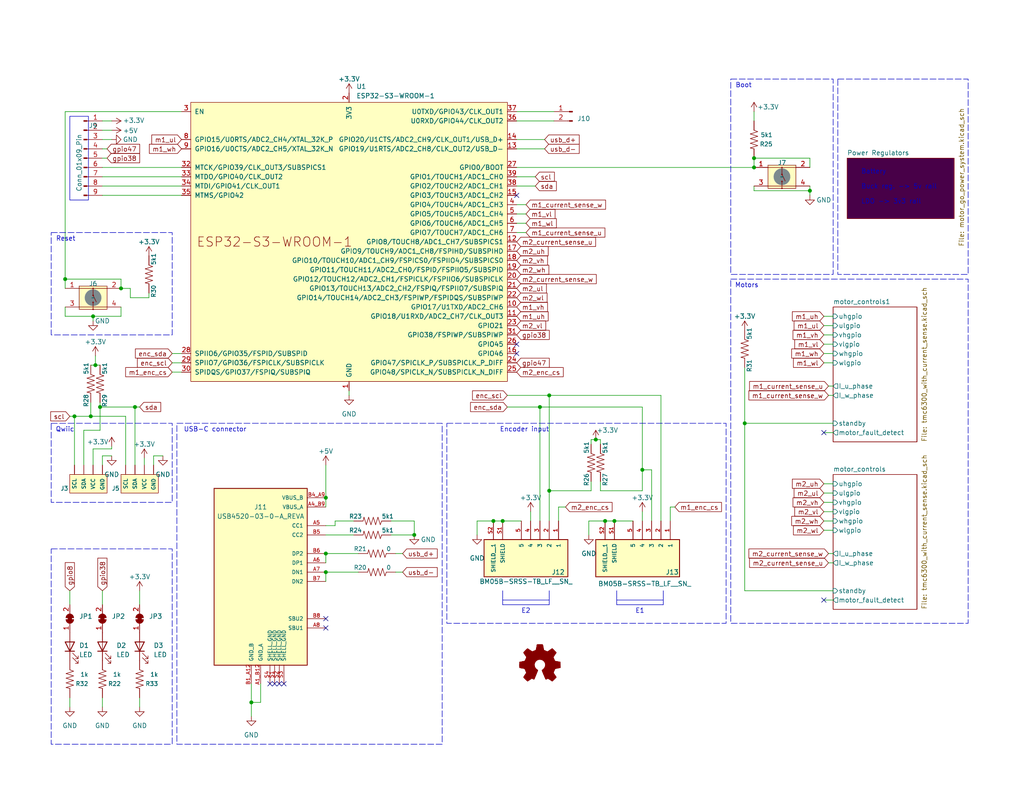
<source format=kicad_sch>
(kicad_sch (version 20230121) (generator eeschema)
  (paper "USLetter")
  (title_block (title "miniMotorGo") (date "2023-05-01") (rev "1.1") (company "12 Robot Project"))
  (junction (at 24.765 113.665))
  (junction (at 165.1 142.24))
  (junction (at 17.78 76.2))
  (junction (at 88.9 151.13))
  (junction (at 137.16 142.24))
  (junction (at 149.86 107.95))
  (junction (at 68.58 191.77))
  (junction (at 27.305 111.125))
  (junction (at 203.2 115.57))
  (junction (at 33.02 78.74))
  (junction (at 26.035 99.695))
  (junction (at 175.26 128.27))
  (junction (at 20.32 113.665))
  (junction (at 220.98 52.07))
  (junction (at 149.86 133.985))
  (junction (at 167.64 142.24))
  (junction (at 205.74 45.72))
  (junction (at 162.56 120.015))
  (junction (at 205.74 43.18))
  (junction (at 113.03 146.05))
  (junction (at 25.4 86.36))
  (junction (at 147.32 111.125))
  (junction (at 36.83 111.125))
  (junction (at 88.9 135.89))
  (junction (at 88.9 156.21))
  (junction (at 134.62 142.24))
  (no_connect (at 88.9 171.45))
  (no_connect (at 140.97 96.52))
  (no_connect (at 224.79 118.11))
  (no_connect (at 73.66 186.69))
  (no_connect (at 88.9 168.91))
  (no_connect (at 140.97 93.98))
  (no_connect (at 224.79 163.83))
  (no_connect (at 77.47 186.69))
  (no_connect (at 76.2 186.69))
  (no_connect (at 74.93 186.69))
  (no_connect (at 140.97 53.34))
  (wire (pts (xy 38.1 111.125) (xy 36.83 111.125)))
  (wire (pts (xy 46.99 96.52) (xy 49.53 96.52)))
  (wire (pts (xy 137.16 142.24) (xy 142.24 142.24)))
  (wire (pts (xy 27.94 43.18) (xy 29.21 43.18)))
  (wire (pts (xy 35.56 81.28) (xy 40.64 81.28)))
  (wire (pts (xy 26.035 97.155) (xy 26.035 99.695)))
  (polyline (pts (xy 137.16 163.83) (xy 149.86 163.83)))
  (wire (pts (xy 107.95 151.13) (xy 109.855 151.13)))
  (wire (pts (xy 68.58 186.69) (xy 68.58 191.77)))
  (wire (pts (xy 20.32 113.665) (xy 20.32 127)))
  (wire (pts (xy 27.94 48.26) (xy 49.53 48.26)))
  (wire (pts (xy 88.9 156.21) (xy 88.9 158.75)))
  (wire (pts (xy 88.9 135.89) (xy 88.9 138.43)))
  (wire (pts (xy 146.05 48.26) (xy 140.97 48.26)))
  (wire (pts (xy 162.56 120.015) (xy 163.83 120.015)))
  (wire (pts (xy 226.06 153.67) (xy 227.33 153.67)))
  (wire (pts (xy 220.98 43.18) (xy 205.74 43.18)))
  (wire (pts (xy 143.51 58.42) (xy 140.97 58.42)))
  (wire (pts (xy 154.305 138.43) (xy 152.4 138.43)))
  (wire (pts (xy 113.03 142.24) (xy 113.03 146.05)))
  (wire (pts (xy 95.25 107.95) (xy 95.25 106.68)))
  (wire (pts (xy 143.51 60.96) (xy 140.97 60.96)))
  (wire (pts (xy 224.79 134.62) (xy 227.33 134.62)))
  (wire (pts (xy 88.9 143.51) (xy 91.44 143.51)))
  (wire (pts (xy 91.44 142.24) (xy 96.52 142.24)))
  (wire (pts (xy 220.98 52.07) (xy 220.98 53.34)))
  (wire (pts (xy 226.06 151.13) (xy 227.33 151.13)))
  (wire (pts (xy 27.94 53.34) (xy 49.53 53.34)))
  (wire (pts (xy 27.305 111.125) (xy 36.83 111.125)))
  (wire (pts (xy 27.94 190.5) (xy 27.94 193.04)))
  (wire (pts (xy 224.79 163.83) (xy 227.33 163.83)))
  (wire (pts (xy 175.26 139.7) (xy 175.26 142.24)))
  (wire (pts (xy 149.86 142.24) (xy 149.86 133.985)))
  (wire (pts (xy 27.94 124.46) (xy 27.94 127)))
  (wire (pts (xy 140.97 40.64) (xy 148.59 40.64)))
  (wire (pts (xy 140.97 50.8) (xy 146.05 50.8)))
  (wire (pts (xy 203.2 115.57) (xy 203.2 161.29)))
  (wire (pts (xy 163.83 131.445) (xy 163.83 133.985)))
  (wire (pts (xy 88.9 151.13) (xy 97.79 151.13)))
  (wire (pts (xy 226.06 105.41) (xy 227.33 105.41)))
  (wire (pts (xy 130.175 142.24) (xy 130.175 146.05)))
  (wire (pts (xy 107.95 156.21) (xy 109.855 156.21)))
  (wire (pts (xy 24.765 99.695) (xy 26.035 99.695)))
  (wire (pts (xy 180.34 107.95) (xy 180.34 142.24)))
  (wire (pts (xy 224.79 86.36) (xy 227.33 86.36)))
  (wire (pts (xy 140.97 45.72) (xy 205.74 45.72)))
  (wire (pts (xy 33.02 83.82) (xy 33.02 86.36)))
  (wire (pts (xy 88.9 127) (xy 88.9 135.89)))
  (wire (pts (xy 177.8 128.27) (xy 175.26 128.27)))
  (wire (pts (xy 41.91 127) (xy 41.91 124.46)))
  (wire (pts (xy 138.43 111.125) (xy 147.32 111.125)))
  (wire (pts (xy 224.79 139.7) (xy 227.33 139.7)))
  (wire (pts (xy 161.29 120.015) (xy 161.29 121.285)))
  (wire (pts (xy 220.98 45.72) (xy 220.98 43.18)))
  (wire (pts (xy 27.94 40.64) (xy 29.21 40.64)))
  (wire (pts (xy 27.94 38.1) (xy 30.48 38.1)))
  (wire (pts (xy 140.97 38.1) (xy 148.59 38.1)))
  (wire (pts (xy 22.86 117.475) (xy 27.305 117.475)))
  (wire (pts (xy 224.79 137.16) (xy 227.33 137.16)))
  (wire (pts (xy 143.51 55.88) (xy 140.97 55.88)))
  (wire (pts (xy 220.98 50.8) (xy 220.98 52.07)))
  (polyline (pts (xy 180.975 161.29) (xy 180.975 165.1)))
  (wire (pts (xy 177.8 128.27) (xy 177.8 142.24)))
  (wire (pts (xy 130.175 142.24) (xy 134.62 142.24)))
  (wire (pts (xy 134.62 142.24) (xy 137.16 142.24)))
  (wire (pts (xy 226.06 107.95) (xy 227.33 107.95)))
  (wire (pts (xy 27.94 161.29) (xy 27.94 165.1)))
  (wire (pts (xy 24.765 109.855) (xy 24.765 113.665)))
  (wire (pts (xy 167.64 142.24) (xy 165.1 142.24)))
  (wire (pts (xy 19.05 190.5) (xy 19.05 193.04)))
  (wire (pts (xy 182.88 138.43) (xy 182.88 142.24)))
  (wire (pts (xy 160.655 142.24) (xy 160.655 146.05)))
  (wire (pts (xy 38.1 161.29) (xy 38.1 165.1)))
  (wire (pts (xy 33.02 78.74) (xy 33.02 76.2)))
  (wire (pts (xy 224.79 91.44) (xy 227.33 91.44)))
  (polyline (pts (xy 168.275 163.83) (xy 180.975 163.83)))
  (wire (pts (xy 161.29 131.445) (xy 161.29 133.985)))
  (wire (pts (xy 17.78 30.48) (xy 17.78 76.2)))
  (wire (pts (xy 39.37 125.095) (xy 39.37 127)))
  (wire (pts (xy 163.83 120.015) (xy 163.83 121.285)))
  (wire (pts (xy 203.2 161.29) (xy 227.33 161.29)))
  (wire (pts (xy 68.58 191.77) (xy 71.12 191.77)))
  (wire (pts (xy 224.79 96.52) (xy 227.33 96.52)))
  (wire (pts (xy 224.79 99.06) (xy 227.33 99.06)))
  (wire (pts (xy 147.32 111.125) (xy 147.32 142.24)))
  (wire (pts (xy 88.9 151.13) (xy 88.9 153.67)))
  (wire (pts (xy 224.79 88.9) (xy 227.33 88.9)))
  (wire (pts (xy 27.94 50.8) (xy 49.53 50.8)))
  (wire (pts (xy 140.97 30.48) (xy 151.13 30.48)))
  (wire (pts (xy 30.48 122.555) (xy 25.4 122.555)))
  (wire (pts (xy 138.43 107.95) (xy 149.86 107.95)))
  (wire (pts (xy 144.78 139.7) (xy 144.78 142.24)))
  (wire (pts (xy 30.48 121.92) (xy 30.48 122.555)))
  (wire (pts (xy 36.83 111.125) (xy 36.83 127)))
  (wire (pts (xy 113.03 146.05) (xy 106.68 146.05)))
  (wire (pts (xy 26.035 99.695) (xy 27.305 99.695)))
  (wire (pts (xy 27.94 33.02) (xy 30.48 33.02)))
  (polyline (pts (xy 149.86 161.29) (xy 149.86 165.1)))
  (wire (pts (xy 161.29 120.015) (xy 162.56 120.015)))
  (wire (pts (xy 143.51 63.5) (xy 140.97 63.5)))
  (wire (pts (xy 172.72 142.24) (xy 167.64 142.24)))
  (wire (pts (xy 149.86 133.985) (xy 161.29 133.985)))
  (wire (pts (xy 140.97 33.02) (xy 151.13 33.02)))
  (wire (pts (xy 106.68 142.24) (xy 113.03 142.24)))
  (wire (pts (xy 68.58 191.77) (xy 68.58 195.58)))
  (wire (pts (xy 25.4 122.555) (xy 25.4 127)))
  (wire (pts (xy 163.83 133.985) (xy 175.26 133.985)))
  (wire (pts (xy 41.91 124.46) (xy 44.45 124.46)))
  (wire (pts (xy 27.305 109.855) (xy 27.305 111.125)))
  (wire (pts (xy 152.4 138.43) (xy 152.4 142.24)))
  (wire (pts (xy 205.74 45.72) (xy 205.74 43.18)))
  (wire (pts (xy 17.78 83.82) (xy 17.78 86.36)))
  (wire (pts (xy 19.05 161.29) (xy 19.05 165.1)))
  (wire (pts (xy 184.15 138.43) (xy 182.88 138.43)))
  (wire (pts (xy 17.78 76.2) (xy 33.02 76.2)))
  (wire (pts (xy 27.94 45.72) (xy 49.53 45.72)))
  (wire (pts (xy 35.56 81.28) (xy 35.56 78.74)))
  (wire (pts (xy 25.4 86.36) (xy 33.02 86.36)))
  (wire (pts (xy 24.765 113.665) (xy 20.32 113.665)))
  (wire (pts (xy 40.64 80.01) (xy 40.64 81.28)))
  (wire (pts (xy 165.1 142.24) (xy 160.655 142.24)))
  (wire (pts (xy 27.305 117.475) (xy 27.305 111.125)))
  (wire (pts (xy 203.2 100.33) (xy 203.2 115.57)))
  (wire (pts (xy 30.48 124.46) (xy 27.94 124.46)))
  (wire (pts (xy 24.765 113.665) (xy 34.29 113.665)))
  (wire (pts (xy 203.2 115.57) (xy 227.33 115.57)))
  (wire (pts (xy 22.86 127) (xy 22.86 117.475)))
  (wire (pts (xy 20.32 113.665) (xy 19.05 113.665)))
  (polyline (pts (xy 168.275 165.1) (xy 180.975 165.1)))
  (wire (pts (xy 46.99 101.6) (xy 49.53 101.6)))
  (wire (pts (xy 175.26 133.985) (xy 175.26 128.27)))
  (wire (pts (xy 175.26 111.125) (xy 175.26 128.27)))
  (wire (pts (xy 25.4 86.36) (xy 25.4 87.63)))
  (wire (pts (xy 88.9 146.05) (xy 96.52 146.05)))
  (wire (pts (xy 224.79 132.08) (xy 227.33 132.08)))
  (wire (pts (xy 34.29 113.665) (xy 34.29 127)))
  (polyline (pts (xy 137.16 165.1) (xy 149.86 165.1)))
  (wire (pts (xy 205.74 52.07) (xy 220.98 52.07)))
  (wire (pts (xy 224.79 142.24) (xy 227.33 142.24)))
  (wire (pts (xy 91.44 143.51) (xy 91.44 142.24)))
  (wire (pts (xy 224.79 118.11) (xy 227.33 118.11)))
  (wire (pts (xy 46.99 99.06) (xy 49.53 99.06)))
  (wire (pts (xy 88.9 156.21) (xy 97.79 156.21)))
  (wire (pts (xy 38.1 190.5) (xy 38.1 193.04)))
  (wire (pts (xy 149.86 107.95) (xy 149.86 133.985)))
  (polyline (pts (xy 137.16 161.29) (xy 137.16 165.1)))
  (wire (pts (xy 49.53 30.48) (xy 17.78 30.48)))
  (wire (pts (xy 35.56 78.74) (xy 33.02 78.74)))
  (wire (pts (xy 205.74 30.48) (xy 205.74 33.02)))
  (polyline (pts (xy 168.275 161.29) (xy 168.275 165.1)))
  (wire (pts (xy 224.79 144.78) (xy 227.33 144.78)))
  (wire (pts (xy 149.86 107.95) (xy 180.34 107.95)))
  (wire (pts (xy 205.74 50.8) (xy 205.74 52.07)))
  (wire (pts (xy 17.78 76.2) (xy 17.78 78.74)))
  (wire (pts (xy 17.78 86.36) (xy 25.4 86.36)))
  (wire (pts (xy 71.12 186.69) (xy 71.12 191.77)))
  (wire (pts (xy 224.79 93.98) (xy 227.33 93.98)))
  (wire (pts (xy 147.32 111.125) (xy 175.26 111.125)))
  (wire (pts (xy 27.94 35.56) (xy 30.48 35.56)))
  (rectangle (start 19.05 31.75) (end 24.13 54.61))
  (rectangle (start 13.97 63.5) (end 46.99 91.44) (stroke (width 0) (type dash)))
  (rectangle (start 13.97 149.86) (end 46.99 203.2) (stroke (width 0) (type dash)))
  (rectangle (start 199.39 76.2) (end 264.16 170.18) (stroke (width 0) (type dash)))
  (rectangle (start 48.26 115.57) (end 120.65 203.2) (stroke (width 0) (type dash)))
  (rectangle (start 13.97 115.57) (end 46.99 137.16) (stroke (width 0) (type dash)))
  (rectangle (start 121.92 115.57) (end 198.12 170.18) (stroke (width 0) (type dash)))
  (rectangle (start 228.6 21.59) (end 264.16 74.93) (stroke (width 0) (type dash)))
  (rectangle (start 199.39 21.59) (end 227.33 74.93) (stroke (width 0) (type dash)))
  (text "USB-C connector\n" (at 67.31 118.11 0) (effects (font (size 1.27 1.27)) (justify right bottom)))
  (text "Motors" (at 207.01 78.74 0) (effects (font (size 1.27 1.27)) (justify right bottom)))
  (text "Boot" (at 200.66 24.13 0) (effects (font (size 1.27 1.27)) (justify left bottom)))
  (text "E2" (at 144.78 167.64 0) (effects (font (size 1.27 1.27)) (justify right bottom)))
  (text "Qwiic" (at 20.32 118.11 0) (effects (font (size 1.27 1.27)) (justify right bottom)))
  (text "Encoder input" (at 149.86 118.11 0) (effects (font (size 1.27 1.27)) (justify right bottom)))
  (text "E1" (at 175.895 167.64 0) (effects (font (size 1.27 1.27)) (justify right bottom)))
  (text "Reset" (at 15.24 66.04 0) (effects (font (size 1.27 1.27)) (justify left bottom)))
  (text "Battery\n\nBuck reg. -> 5v rail\n\nLDO -> 3v3 rail" (at 234.95 55.88 0) (effects (font (size 1.27 1.27)) (justify left bottom)))
  (global_label "m1_vh" (shape input) (at 140.97 83.82 0) (property "Intersheetrefs" "${INTERSHEET_REFS}" (effects hide)))
  (global_label "m2_enc_cs" (shape input) (at 140.97 101.6 0) (property "Intersheetrefs" "${INTERSHEET_REFS}" (effects hide)))
  (global_label "m2_vh" (shape input) (at 140.97 71.12 0) (property "Intersheetrefs" "${INTERSHEET_REFS}" (effects hide)))
  (global_label "enc_sda" (shape input) (at 46.99 96.52 180) (property "Intersheetrefs" "${INTERSHEET_REFS}" (effects hide)))
  (global_label "m2_wl" (shape input) (at 140.97 81.28 0) (property "Intersheetrefs" "${INTERSHEET_REFS}" (effects hide)))
  (global_label "m1_uh" (shape input) (at 224.79 86.36 180) (property "Intersheetrefs" "${INTERSHEET_REFS}" (effects hide)))
  (global_label "gpio38" (shape input) (at 140.97 91.44 0) (property "Intersheetrefs" "${INTERSHEET_REFS}" (effects hide)))
  (global_label "usb_d+" (shape input) (at 148.59 38.1 0) (property "Intersheetrefs" "${INTERSHEET_REFS}" (effects hide)))
  (global_label "m2_wl" (shape input) (at 224.79 144.78 180) (property "Intersheetrefs" "${INTERSHEET_REFS}" (effects hide)))
  (global_label "m2_current_sense_w" (shape input) (at 140.97 76.2 0) (property "Intersheetrefs" "${INTERSHEET_REFS}" (effects hide)))
  (global_label "m2_enc_cs" (shape input) (at 154.305 138.43 0) (property "Intersheetrefs" "${INTERSHEET_REFS}" (effects hide)))
  (global_label "gpio47" (shape input) (at 29.21 40.64 0) (property "Intersheetrefs" "${INTERSHEET_REFS}" (effects hide)))
  (global_label "m2_wh" (shape input) (at 224.79 142.24 180) (property "Intersheetrefs" "${INTERSHEET_REFS}" (effects hide)))
  (global_label "m2_ul" (shape input) (at 224.79 134.62 180) (property "Intersheetrefs" "${INTERSHEET_REFS}" (effects hide)))
  (global_label "m2_uh" (shape input) (at 224.79 132.08 180) (property "Intersheetrefs" "${INTERSHEET_REFS}" (effects hide)))
  (global_label "m1_ul" (shape input) (at 49.53 38.1 180) (property "Intersheetrefs" "${INTERSHEET_REFS}" (effects hide)))
  (global_label "m1_uh" (shape input) (at 140.97 86.36 0) (property "Intersheetrefs" "${INTERSHEET_REFS}" (effects hide)))
  (global_label "usb_d-" (shape input) (at 148.59 40.64 0) (property "Intersheetrefs" "${INTERSHEET_REFS}" (effects hide)))
  (global_label "m1_wl" (shape input) (at 143.51 60.96 0) (property "Intersheetrefs" "${INTERSHEET_REFS}" (effects hide)))
  (global_label "m1_current_sense_u" (shape input) (at 143.51 63.5 0) (property "Intersheetrefs" "${INTERSHEET_REFS}" (effects hide)))
  (global_label "m1_wh" (shape input) (at 49.53 40.64 180) (property "Intersheetrefs" "${INTERSHEET_REFS}" (effects hide)))
  (global_label "usb_d+" (shape input) (at 109.855 151.13 0) (property "Intersheetrefs" "${INTERSHEET_REFS}" (effects hide)))
  (global_label "gpio8" (shape input) (at 19.05 161.29 90) (property "Intersheetrefs" "${INTERSHEET_REFS}" (effects hide)))
  (global_label "enc_scl" (shape input) (at 46.99 99.06 180) (property "Intersheetrefs" "${INTERSHEET_REFS}" (effects hide)))
  (global_label "m1_wl" (shape input) (at 224.79 99.06 180) (property "Intersheetrefs" "${INTERSHEET_REFS}" (effects hide)))
  (global_label "m2_current_sense_w" (shape input) (at 226.06 151.13 180) (property "Intersheetrefs" "${INTERSHEET_REFS}" (effects hide)))
  (global_label "m2_current_sense_u" (shape input) (at 226.06 153.67 180) (property "Intersheetrefs" "${INTERSHEET_REFS}" (effects hide)))
  (global_label "enc_scl" (shape input) (at 138.43 107.95 180) (property "Intersheetrefs" "${INTERSHEET_REFS}" (effects hide)))
  (global_label "sda" (shape input) (at 38.1 111.125 0) (property "Intersheetrefs" "${INTERSHEET_REFS}" (effects hide)))
  (global_label "m1_vl" (shape input) (at 224.79 93.98 180) (property "Intersheetrefs" "${INTERSHEET_REFS}" (effects hide)))
  (global_label "m2_current_sense_u" (shape input) (at 140.97 66.04 0) (property "Intersheetrefs" "${INTERSHEET_REFS}" (effects hide)))
  (global_label "m1_current_sense_w" (shape input) (at 143.51 55.88 0) (property "Intersheetrefs" "${INTERSHEET_REFS}" (effects hide)))
  (global_label "m2_uh" (shape input) (at 140.97 68.58 0) (property "Intersheetrefs" "${INTERSHEET_REFS}" (effects hide)))
  (global_label "usb_d-" (shape input) (at 109.855 156.21 0) (property "Intersheetrefs" "${INTERSHEET_REFS}" (effects hide)))
  (global_label "m1_vh" (shape input) (at 224.79 91.44 180) (property "Intersheetrefs" "${INTERSHEET_REFS}" (effects hide)))
  (global_label "gpio38" (shape input) (at 27.94 161.29 90) (property "Intersheetrefs" "${INTERSHEET_REFS}" (effects hide)))
  (global_label "m2_wh" (shape input) (at 140.97 73.66 0) (property "Intersheetrefs" "${INTERSHEET_REFS}" (effects hide)))
  (global_label "sda" (shape input) (at 146.05 50.8 0) (property "Intersheetrefs" "${INTERSHEET_REFS}" (effects hide)))
  (global_label "m2_vl" (shape input) (at 140.97 88.9 0) (property "Intersheetrefs" "${INTERSHEET_REFS}" (effects hide)))
  (global_label "scl" (shape input) (at 146.05 48.26 0) (property "Intersheetrefs" "${INTERSHEET_REFS}" (effects hide)))
  (global_label "m1_current_sense_w" (shape input) (at 226.06 107.95 180) (property "Intersheetrefs" "${INTERSHEET_REFS}" (effects hide)))
  (global_label "m1_current_sense_u" (shape input) (at 226.06 105.41 180) (property "Intersheetrefs" "${INTERSHEET_REFS}" (effects hide)))
  (global_label "m1_enc_cs" (shape input) (at 184.15 138.43 0) (property "Intersheetrefs" "${INTERSHEET_REFS}" (effects hide)))
  (global_label "m1_enc_cs" (shape input) (at 46.99 101.6 180) (property "Intersheetrefs" "${INTERSHEET_REFS}" (effects hide)))
  (global_label "m1_wh" (shape input) (at 224.79 96.52 180) (property "Intersheetrefs" "${INTERSHEET_REFS}" (effects hide)))
  (global_label "gpio47" (shape input) (at 140.97 99.06 0) (property "Intersheetrefs" "${INTERSHEET_REFS}" (effects hide)))
  (global_label "scl" (shape input) (at 19.05 113.665 180) (property "Intersheetrefs" "${INTERSHEET_REFS}" (effects hide)))
  (global_label "m2_vh" (shape input) (at 224.79 137.16 180) (property "Intersheetrefs" "${INTERSHEET_REFS}" (effects hide)))
  (global_label "m2_vl" (shape input) (at 224.79 139.7 180) (property "Intersheetrefs" "${INTERSHEET_REFS}" (effects hide)))
  (global_label "m1_vl" (shape input) (at 143.51 58.42 0) (property "Intersheetrefs" "${INTERSHEET_REFS}" (effects hide)))
  (global_label "gpio38" (shape input) (at 29.21 43.18 0) (property "Intersheetrefs" "${INTERSHEET_REFS}" (effects hide)))
  (global_label "enc_sda" (shape input) (at 138.43 111.125 180) (property "Intersheetrefs" "${INTERSHEET_REFS}" (effects hide)))
  (global_label "m1_ul" (shape input) (at 224.79 88.9 180) (property "Intersheetrefs" "${INTERSHEET_REFS}" (effects hide)))
  (global_label "m2_ul" (shape input) (at 140.97 78.74 0) (property "Intersheetrefs" "${INTERSHEET_REFS}" (effects hide)))
  (symbol (lib_id "sparkfun_resistors:RESISTOR0603") (at 101.6 146.05 180) (unit 1)
    (property "Reference" "R24" (at 95.25 144.78 0) (effects (font (size 1.143 1.143)) (justify right)))
    (property "Value" "5k1" (at 104.14 144.78 0) (effects (font (size 1.143 1.143)) (justify right)))
    (property "Footprint" "Resistor_SMD:R_0402_1005Metric_Pad0.72x0.64mm_HandSolder" (effects hide))
    (property "Datasheet" "https://www.lcsc.com/product-detail/Chip-span-style-background-color-ff0-Resistor-span-Surface-Mount_LIZ-Elec-CR0402FF5101G_C100461.html" (effects hide))
    (property "Field4" " " (at 104.775 143.51 90) (effects (font (size 1.524 1.524)) (justify right)))
    (property "LCSC Part Number" "C100461" (effects hide))
    (property "note" "footprint match" (effects hide))
    (property "Manufacturer_Name" "LIZ Elec" (effects hide))
    (property "Manufacturer_Part_Number" "CR0402FF5101G" (effects hide))
  )
  (symbol (lib_id "power:GND") (at 30.48 38.1 90) (unit 1)
    (property "Reference" "#PWR053" (effects hide))
    (property "Value" "GND" (at 35.56 38.1 90))
  )
  (symbol (lib_id "power:+3.3V") (at 95.25 25.4 0) (unit 1)
    (property "Reference" "#PWR024" (effects hide))
    (property "Value" "+3.3V" (at 95.25 21.59 0))
  )
  (symbol (lib_id "sparkfun_resistors:RESISTOR0603") (at 203.2 95.25 270) (unit 1)
    (property "Reference" "R31" (at 204.47 101.6 0) (effects (font (size 1.143 1.143)) (justify right)))
    (property "Value" "5k1" (at 204.47 92.71 0) (effects (font (size 1.143 1.143)) (justify right)))
    (property "Footprint" "Resistor_SMD:R_0402_1005Metric_Pad0.72x0.64mm_HandSolder" (effects hide))
    (property "Datasheet" "https://www.lcsc.com/product-detail/Chip-span-style-background-color-ff0-Resistor-span-Surface-Mount_LIZ-Elec-CR0402FF5101G_C100461.html" (effects hide))
    (property "Field4" " " (at 200.66 92.075 90) (effects (font (size 1.524 1.524)) (justify right)))
    (property "LCSC Part Number" "C100461" (effects hide))
    (property "note" "footprint match" (effects hide))
    (property "Manufacturer_Name" "LIZ Elec" (effects hide))
    (property "Manufacturer_Part_Number" "CR0402FF5101G" (effects hide))
  )
  (symbol (lib_id "power:+3.3V") (at 205.74 30.48 0) (unit 1)
    (property "Reference" "#PWR043" (effects hide))
    (property "Value" "+3.3V" (at 209.55 29.21 0))
  )
  (symbol (lib_id "power:+3.3V") (at 40.64 69.85 0) (unit 1)
    (property "Reference" "#PWR046" (effects hide))
    (property "Value" "+3.3V" (at 40.64 66.04 0))
  )
  (symbol (lib_id "sparkfun_resistors:RESISTOR0603") (at 205.74 38.1 270) (unit 1)
    (property "Reference" "R25" (at 210.82 39.37 90) (effects (font (size 1.143 1.143)) (justify right)))
    (property "Value" "5k1" (at 210.82 36.83 90) (effects (font (size 1.143 1.143)) (justify right)))
    (property "Footprint" "Resistor_SMD:R_0402_1005Metric_Pad0.72x0.64mm_HandSolder" (effects hide))
    (property "Datasheet" "https://www.lcsc.com/product-detail/Chip-span-style-background-color-ff0-Resistor-span-Surface-Mount_LIZ-Elec-CR0402FF5101G_C100461.html" (effects hide))
    (property "Field4" " " (at 203.2 34.925 90) (effects (font (size 1.524 1.524)) (justify right)))
    (property "LCSC Part Number" "C100461" (effects hide))
    (property "note" "footprint match" (effects hide))
    (property "Manufacturer_Name" "LIZ Elec" (effects hide))
    (property "Manufacturer_Part_Number" "CR0402FF5101G" (effects hide))
  )
  (symbol (lib_id "sparkfun_resistors:RESISTOR0603") (at 40.64 74.93 270) (unit 1)
    (property "Reference" "R30" (at 41.91 81.28 0) (effects (font (size 1.143 1.143)) (justify right)))
    (property "Value" "5k1" (at 41.91 72.39 0) (effects (font (size 1.143 1.143)) (justify right)))
    (property "Footprint" "Resistor_SMD:R_0402_1005Metric_Pad0.72x0.64mm_HandSolder" (effects hide))
    (property "Datasheet" "https://www.lcsc.com/product-detail/Chip-span-style-background-color-ff0-Resistor-span-Surface-Mount_LIZ-Elec-CR0402FF5101G_C100461.html" (effects hide))
    (property "Field4" " " (at 38.1 71.755 90) (effects (font (size 1.524 1.524)) (justify right)))
    (property "LCSC Part Number" "C100461" (effects hide))
    (property "note" "footprint match" (effects hide))
    (property "Manufacturer_Name" "LIZ Elec" (effects hide))
    (property "Manufacturer_Part_Number" "CR0402FF5101G" (effects hide))
  )
  (symbol (lib_id "USB4520-03-0-A_REVA:USB4520-03-0-A_REVA") (at 71.12 157.48 0) (unit 1)
    (property "Reference" "J11" (at 71.12 138.43 0))
    (property "Value" "USB4520-03-0-A_REVA" (at 71.12 140.97 0))
    (property "Footprint" "aaa_motorgo_components:GCT_USB4520-03-0-A_REVA" (effects hide))
    (property "Datasheet" "https://www.lcsc.com/product-detail/USB-Connectors_SHOU-HAN-TYPE-C16P3MDDGP073_C2965608.html" (effects hide))
    (property "MAXIMUM_PACKAGE_HEIGHT" "2.46mm" (effects hide))
    (property "LCSC Part Number" "C2965608" (effects hide))
    (property "note" "footprint match" (effects hide))
    (property "Manufacturer_Name" "SHOU HAN" (effects hide))
    (property "Manufacturer_Part_Number" "TYPE-C16P3MDDGP073" (effects hide))
  )
  (symbol (lib_id "power:+3.3V") (at 162.56 120.015 0) (unit 1)
    (property "Reference" "#PWR044" (effects hide))
    (property "Value" "+3.3V" (at 165.735 117.475 0))
  )
  (symbol (lib_id "power:+3.3V") (at 26.035 97.155 0) (unit 1)
    (property "Reference" "#PWR045" (effects hide))
    (property "Value" "+3.3V" (at 26.035 93.345 0))
  )
  (symbol (lib_id "power:GND") (at 44.45 124.46 0) (unit 1)
    (property "Reference" "#PWR023" (effects hide))
    (property "Value" "GND" (at 44.45 129.54 0))
  )
  (symbol (lib_id "power:+3.3V") (at 38.1 161.29 0) (unit 1)
    (property "Reference" "#PWR051" (effects hide))
    (property "Value" "+3.3V" (at 38.1 157.48 0))
  )
  (symbol (lib_id "power:GND") (at 25.4 87.63 0) (unit 1)
    (property "Reference" "#PWR030" (effects hide))
    (property "Value" "GND" (at 27.94 87.63 0))
  )
  (symbol (lib_id "sparkfun_resistors:RESISTOR0603") (at 19.05 185.42 270) (unit 1)
    (property "Reference" "R32" (at 24.13 186.69 90) (effects (font (size 1.143 1.143)) (justify right)))
    (property "Value" "1k" (at 24.13 184.15 90) (effects (font (size 1.143 1.143)) (justify right)))
    (property "Footprint" "Resistor_SMD:R_0402_1005Metric_Pad0.72x0.64mm_HandSolder" (effects hide))
    (property "Datasheet" "https://www.lcsc.com/product-detail/Chip-span-style-background-color-ff0-Resistor-span-Surface-Mount_VO-SCR0402F1K_C3015791.html" (effects hide))
    (property "Field4" " " (at 16.51 182.245 90) (effects (font (size 1.524 1.524)) (justify right)))
    (property "LCSC Part Number" "C3015791" (effects hide))
    (property "note" "footprint match" (effects hide))
    (property "Manufacturer_Name" "VO" (effects hide))
    (property "Manufacturer_Part_Number" "SCR0402F1K" (effects hide))
  )
  (symbol (lib_id "power:GND") (at 30.48 124.46 0) (unit 1)
    (property "Reference" "#PWR040" (effects hide))
    (property "Value" "GND" (at 30.48 129.54 0))
  )
  (symbol (lib_id "espressif_github:ESP32-S3-WROOM-1") (at 95.25 66.04 0) (unit 1)
    (property "Reference" "U1" (at 97.2059 23.622 0) (effects (justify left)))
    (property "Value" "ESP32-S3-WROOM-1" (at 97.2059 26.162 0) (effects (justify left)))
    (property "Footprint" "aaa_espressif_github:ESP32-S3-WROOM-1" (effects hide))
    (property "Datasheet" "https://www.lcsc.com/product-detail/WiFi-Modules_Espressif-Systems-ESP32-S3-WROOM-1-N8_C2913198.html" (effects hide))
    (property "LCSC Part Number" "C2913198" (effects hide))
    (property "note" "footprint discrepancy" (effects hide))
    (property "Manufacturer_Name" "Espressif Systems " (effects hide))
    (property "Manufacturer_Part_Number" "ESP32-S3-WROOM-1-N8" (effects hide))
  )
  (symbol (lib_id "BM05B-SRSS-TB_LF__SN_:BM05B-SRSS-TB_LF__SN_") (at 144.78 152.4 270) (unit 1)
    (property "Reference" "J12" (at 150.495 156.21 90) (effects (justify left)))
    (property "Value" "BM05B-SRSS-TB_LF__SN_" (at 130.81 158.75 90) (effects (justify left)))
    (property "Footprint" "SnapEDA Library:JST_BM05B-SRSS-TB_LF__SN_" (effects hide))
    (property "Datasheet" "https://www.lcsc.com/product-detail/Wire-To-Board-Wire-To-Wire-Connector_JST-SM05B-NSHSS-TB-LF-SN_C268096.html" (effects hide))
    (property "PARTREV" "N/A" (effects hide))
    (property "SNAPEDA_PN" "BM05B-SRSS-TB(LF)(SN)" (effects hide))
    (property "STANDARD" "Manufacturer Recommendations" (effects hide))
    (property "MAXIMUM_PACKAGE_HEIGHT" "6.3 mm" (effects hide))
    (property "LCSC Part Number" "C268096" (effects hide))
    (property "note" "footprint match" (effects hide))
    (property "Manufacturer_Name" "JST" (effects hide))
    (property "Manufacturer_Part_Number" "SM05B-NSHSS-TB(LF)(SN)" (effects hide))
  )
  (symbol (lib_id "sparkfun_connectors:I2C_STANDARDQWIIC") (at 27.94 129.54 90) (unit 1)
    (property "Reference" "J3" (at 16.51 133.35 90) (effects (font (size 1.143 1.143)) (justify right)))
    (property "Value" "I2C_STANDARDQWIIC" (effects hide))
    (property "Footprint" "aa_sparkfun_connectors:1X04_1MM_RA" (effects hide))
    (property "Datasheet" "https://www.lcsc.com/product-detail/Wire-To-Board-Wire-To-Wire-Connector_JST-SM04B-SRSS-TB-LF-SN_C160404.html" (effects hide))
    (property "Field4" "CONN-13729" (effects hide))
    (property "LCSC Part Number" "C160404" (effects hide))
    (property "note" "footprint discrepancy " (effects hide))
    (property "Manufacturer_Name" "JST" (effects hide))
    (property "Manufacturer_Part_Number" "SM04B-SRSS-TB(LF)(SN)" (effects hide))
  )
  (symbol (lib_id "sparkfun_connectors:I2C_STANDARDQWIIC") (at 41.91 129.54 90) (unit 1)
    (property "Reference" "J5" (at 30.48 133.35 90) (effects (font (size 1.143 1.143)) (justify right)))
    (property "Value" "I2C_STANDARDQWIIC" (effects hide))
    (property "Footprint" "aa_sparkfun_connectors:1X04_1MM_RA" (effects hide))
    (property "Datasheet" "https://www.lcsc.com/product-detail/Wire-To-Board-Wire-To-Wire-Connector_JST-SM04B-SRSS-TB-LF-SN_C160404.html" (effects hide))
    (property "Field4" "CONN-13729" (effects hide))
    (property "LCSC Part Number" "C160404" (effects hide))
    (property "note" "footprint discrepancy " (effects hide))
    (property "Manufacturer_Name" "JST" (effects hide))
    (property "Manufacturer_Part_Number" "SM04B-SRSS-TB(LF)(SN)" (effects hide))
  )
  (symbol (lib_id "power:+3.3V") (at 175.26 139.7 0) (unit 1)
    (property "Reference" "#PWR018" (effects hide))
    (property "Value" "+3.3V" (at 175.26 135.89 0))
  )
  (symbol (lib_id "Graphic:Logo_Open_Hardware_Small") (at 147.32 181.61 0) (unit 1) (in_bom no) (on_board no)
    (property "Reference" "#SYM1" (effects hide))
    (property "Value" "Logo_Open_Hardware_Small" (effects hide))
    (property "Footprint" "Symbol:OSHW-Logo2_7.3x6mm_SilkScreen" (effects hide))
    (property "Sim.Enable" "0" (effects hide))
  )
  (symbol (lib_id "power:+3.3V") (at 30.48 121.92 0) (unit 1)
    (property "Reference" "#PWR055" (effects hide))
    (property "Value" "+3.3V" (at 26.67 120.65 0))
  )
  (symbol (lib_id "sparkfun_resistors:RESISTOR0603") (at 27.305 104.775 270) (unit 1)
    (property "Reference" "R29" (at 28.575 111.125 0) (effects (font (size 1.143 1.143)) (justify right)))
    (property "Value" "5k1" (at 28.575 102.235 0) (effects (font (size 1.143 1.143)) (justify right)))
    (property "Footprint" "Resistor_SMD:R_0402_1005Metric_Pad0.72x0.64mm_HandSolder" (effects hide))
    (property "Datasheet" "https://www.lcsc.com/product-detail/Chip-span-style-background-color-ff0-Resistor-span-Surface-Mount_LIZ-Elec-CR0402FF5101G_C100461.html" (effects hide))
    (property "Field4" " " (at 24.765 101.6 90) (effects (font (size 1.524 1.524)) (justify right)))
    (property "LCSC Part Number" "C100461" (effects hide))
    (property "note" "footprint match" (effects hide))
    (property "Manufacturer_Name" "LIZ Elec" (effects hide))
    (property "Manufacturer_Part_Number" "CR0402FF5101G" (effects hide))
  )
  (symbol (lib_id "power:+3.3V") (at 203.2 90.17 0) (unit 1)
    (property "Reference" "#PWR047" (effects hide))
    (property "Value" "+3.3V" (at 203.2 86.36 0))
  )
  (symbol (lib_id "sparkfun_resistors:RESISTOR0603") (at 38.1 185.42 270) (unit 1)
    (property "Reference" "R33" (at 43.18 186.69 90) (effects (font (size 1.143 1.143)) (justify right)))
    (property "Value" "1k" (at 43.18 184.15 90) (effects (font (size 1.143 1.143)) (justify right)))
    (property "Footprint" "Resistor_SMD:R_0402_1005Metric_Pad0.72x0.64mm_HandSolder" (effects hide))
    (property "Datasheet" "https://www.lcsc.com/product-detail/Chip-span-style-background-color-ff0-Resistor-span-Surface-Mount_VO-SCR0402F1K_C3015791.html" (effects hide))
    (property "Field4" " " (at 35.56 182.245 90) (effects (font (size 1.524 1.524)) (justify right)))
    (property "LCSC Part Number" "C3015791" (effects hide))
    (property "note" "footprint match" (effects hide))
    (property "Manufacturer_Name" "VO" (effects hide))
    (property "Manufacturer_Part_Number" "SCR0402F1K" (effects hide))
  )
  (symbol (lib_id "power:GND") (at 113.03 146.05 0) (unit 1)
    (property "Reference" "#PWR041" (effects hide))
    (property "Value" "GND" (at 116.84 147.32 0))
  )
  (symbol (lib_id "power:+3.3V") (at 144.78 139.7 0) (unit 1)
    (property "Reference" "#PWR017" (effects hide))
    (property "Value" "+3.3V" (at 144.78 135.89 0))
  )
  (symbol (lib_id "power:GND") (at 27.94 193.04 0) (unit 1)
    (property "Reference" "#PWR048" (effects hide))
    (property "Value" "GND" (at 27.94 198.12 0))
  )
  (symbol (lib_id "power:GND") (at 19.05 193.04 0) (unit 1)
    (property "Reference" "#PWR049" (effects hide))
    (property "Value" "GND" (at 19.05 198.12 0))
  )
  (symbol (lib_id "Device:LED") (at 38.1 176.53 90) (unit 1)
    (property "Reference" "D3" (at 41.91 176.2125 90) (effects (justify right)))
    (property "Value" "LED" (at 41.91 178.7525 90) (effects (justify right)))
    (property "Footprint" "LED_SMD:LED_0805_2012Metric" (effects hide))
    (property "Datasheet" "https://www.lcsc.com/product-detail/Light-Emitting-Diodes-LED_XINGLIGHT-XL-2012UGC_C965815.html" (effects hide))
    (property "LCSC Part Number" "C965815" (effects hide))
    (property "Manufacturer_Name" "XINGLIGHT" (effects hide))
    (property "Manufacturer_Part_Number" "XL-2012UGC" (effects hide))
    (property "note" "green - footprint match " (effects hide))
  )
  (symbol (lib_id "Device:LED") (at 19.05 176.53 90) (unit 1)
    (property "Reference" "D1" (at 21.59 176.2125 90) (effects (justify right)))
    (property "Value" "LED" (at 21.59 178.7525 90) (effects (justify right)))
    (property "Footprint" "LED_SMD:LED_0805_2012Metric" (effects hide))
    (property "Datasheet" "https://www.lcsc.com/product-detail/Light-Emitting-Diodes-LED_XINGLIGHT-XL-2012SURC_C965812.html" (effects hide))
    (property "LCSC Part Number" "C965812" (effects hide))
    (property "Manufacturer_Name" "XINGLIGHT" (effects hide))
    (property "Manufacturer_Part_Number" "XL-2012SURC" (effects hide))
    (property "note" "red - footprint match " (effects hide))
  )
  (symbol (lib_id "power:GND") (at 95.25 107.95 0) (unit 1)
    (property "Reference" "#PWR019" (effects hide))
    (property "Value" "GND" (at 95.25 113.03 0))
  )
  (symbol (lib_id "sparkfun_resistors:RESISTOR0603") (at 161.29 126.365 270) (unit 1)
    (property "Reference" "R26" (at 160.02 132.715 0) (effects (font (size 1.143 1.143)) (justify right)))
    (property "Value" "5k1" (at 160.02 123.825 0) (effects (font (size 1.143 1.143)) (justify right)))
    (property "Footprint" "Resistor_SMD:R_0402_1005Metric_Pad0.72x0.64mm_HandSolder" (effects hide))
    (property "Datasheet" "https://www.lcsc.com/product-detail/Chip-span-style-background-color-ff0-Resistor-span-Surface-Mount_LIZ-Elec-CR0402FF5101G_C100461.html" (effects hide))
    (property "Field4" " " (at 158.75 123.19 90) (effects (font (size 1.524 1.524)) (justify right)))
    (property "LCSC Part Number" "C100461" (effects hide))
    (property "note" "footprint match" (effects hide))
    (property "Manufacturer_Name" "LIZ Elec" (effects hide))
    (property "Manufacturer_Part_Number" "CR0402FF5101G" (effects hide))
  )
  (symbol (lib_id "power:GND") (at 38.1 193.04 0) (unit 1)
    (property "Reference" "#PWR050" (effects hide))
    (property "Value" "GND" (at 38.1 198.12 0))
  )
  (symbol (lib_id "sparkfun_resistors:RESISTOR0603") (at 163.83 126.365 270) (unit 1)
    (property "Reference" "R27" (at 165.1 132.715 0) (effects (font (size 1.143 1.143)) (justify right)))
    (property "Value" "5k1" (at 165.1 123.825 0) (effects (font (size 1.143 1.143)) (justify right)))
    (property "Footprint" "Resistor_SMD:R_0402_1005Metric_Pad0.72x0.64mm_HandSolder" (effects hide))
    (property "Datasheet" "https://www.lcsc.com/product-detail/Chip-span-style-background-color-ff0-Resistor-span-Surface-Mount_LIZ-Elec-CR0402FF5101G_C100461.html" (effects hide))
    (property "Field4" " " (at 161.29 123.19 90) (effects (font (size 1.524 1.524)) (justify right)))
    (property "LCSC Part Number" "C100461" (effects hide))
    (property "note" "footprint match" (effects hide))
    (property "Manufacturer_Name" "LIZ Elec" (effects hide))
    (property "Manufacturer_Part_Number" "CR0402FF5101G" (effects hide))
  )
  (symbol (lib_id "power:GND") (at 130.175 146.05 0) (unit 1)
    (property "Reference" "#PWR020" (effects hide))
    (property "Value" "GND" (at 130.175 152.4 0))
  )
  (symbol (lib_id "Device:LED") (at 27.94 176.53 90) (unit 1)
    (property "Reference" "D2" (at 31.75 176.2125 90) (effects (justify right)))
    (property "Value" "LED" (at 31.75 178.7525 90) (effects (justify right)))
    (property "Footprint" "LED_SMD:LED_0805_2012Metric" (effects hide))
    (property "Datasheet" "https://www.lcsc.com/product-detail/Light-Emitting-Diodes-LED_XINGLIGHT-XL-2012UYC_C965814.html" (effects hide))
    (property "LCSC Part Number" "C965814" (effects hide))
    (property "Manufacturer_Name" "XINGLIGHT" (effects hide))
    (property "Manufacturer_Part_Number" "XL-2012UYC" (effects hide))
    (property "note" "yellow - footprint match " (effects hide))
  )
  (symbol (lib_id "power:+5V") (at 30.48 35.56 270) (unit 1)
    (property "Reference" "#PWR054" (effects hide))
    (property "Value" "+5V" (at 33.5361 35.6773 90) (effects (justify left)))
  )
  (symbol (lib_id "motorgo_components:PTS526_Tactile_Switch") (at 213.36 48.26 0) (unit 1)
    (property "Reference" "J7" (at 213.36 44.45 0))
    (property "Value" "~" (at 213.36 48.26 0))
    (property "Footprint" "aaa_SamacSys_Parts:PTS526SM08SMTR2LFS" (effects hide))
    (property "Datasheet" "https://www.lcsc.com/product-detail/Tactile-Switches_C-K-PTS526SK15SMTR2LFS_C2689521.html" (effects hide))
    (property "LCSC Part Number" "C2689521" (effects hide))
    (property "note" "footprint match " (effects hide))
    (property "Manufacturer_Name" "C&K" (effects hide))
    (property "Manufacturer_Part_Number" "PTS526SK15SMTR2LFS" (effects hide))
  )
  (symbol (lib_id "power:GND") (at 160.655 146.05 0) (unit 1)
    (property "Reference" "#PWR021" (effects hide))
    (property "Value" "GND" (at 160.655 151.13 0))
  )
  (symbol (lib_id "Connector:Conn_01x02_Pin") (at 156.21 30.48 0) (mirror y) (unit 1)
    (property "Reference" "J10" (at 157.48 32.385 0) (effects (justify right)))
    (property "Value" "Conn_01x02_Pin" (effects hide))
    (property "Footprint" "aa_sparkfun_connectors:1X02_LOCK" (effects hide))
    (property "LCSC Part Number" "DNP" (effects hide))
    (property "note" "DNP" (effects hide))
    (property "Manufacturer_Name" "DNP" (effects hide))
    (property "Manufacturer_Part_Number" "DNP" (effects hide))
  )
  (symbol (lib_id "Jumper:SolderJumper_2_Bridged") (at 38.1 168.91 90) (unit 1)
    (property "Reference" "JP3" (at 40.64 168.275 90) (effects (justify right)))
    (property "Value" "SolderJumper_2_Bridged" (effects hide))
    (property "Footprint" "Jumper:SolderJumper-2_P1.3mm_Bridged_Pad1.0x1.5mm" (effects hide))
    (property "LCSC Part Number" "DNP" (effects hide))
    (property "note" "DNP" (effects hide))
    (property "Manufacturer_Name" "DNP" (effects hide))
    (property "Manufacturer_Part_Number" "DNP" (effects hide))
  )
  (symbol (lib_id "power:GND") (at 68.58 195.58 0) (unit 1)
    (property "Reference" "#PWR039" (effects hide))
    (property "Value" "GND" (at 68.58 200.66 0))
  )
  (symbol (lib_id "Connector:Conn_01x09_Pin") (at 22.86 43.18 0) (unit 1)
    (property "Reference" "J9" (at 25.4 34.29 0))
    (property "Value" "Conn_01x09_Pin" (at 21.59 44.45 90))
    (property "Footprint" "aa_sparkfun_connectors:1X09_LOCK" (effects hide))
    (property "LCSC Part Number" "DNP" (effects hide))
    (property "note" "DNP" (effects hide))
    (property "Manufacturer_Name" "DNP" (effects hide))
    (property "Manufacturer_Part_Number" "DNP" (effects hide))
  )
  (symbol (lib_id "Jumper:SolderJumper_2_Bridged") (at 19.05 168.91 90) (unit 1)
    (property "Reference" "JP1" (at 21.59 168.275 90) (effects (justify right)))
    (property "Value" "SolderJumper_2_Bridged" (effects hide))
    (property "Footprint" "Jumper:SolderJumper-2_P1.3mm_Bridged_Pad1.0x1.5mm" (effects hide))
    (property "LCSC Part Number" "DNP" (effects hide))
    (property "note" "DNP" (effects hide))
    (property "Manufacturer_Name" "DNP" (effects hide))
    (property "Manufacturer_Part_Number" "DNP" (effects hide))
  )
  (symbol (lib_id "Jumper:SolderJumper_2_Bridged") (at 27.94 168.91 90) (unit 1)
    (property "Reference" "JP2" (at 30.48 168.275 90) (effects (justify right)))
    (property "Value" "SolderJumper_2_Bridged" (effects hide))
    (property "Footprint" "Jumper:SolderJumper-2_P1.3mm_Bridged_Pad1.0x1.5mm" (effects hide))
    (property "LCSC Part Number" "DNP" (effects hide))
    (property "note" "DNP" (effects hide))
    (property "Manufacturer_Name" "DNP" (effects hide))
    (property "Manufacturer_Part_Number" "DNP" (effects hide))
  )
  (symbol (lib_id "sparkfun_resistors:RESISTOR0603") (at 101.6 142.24 180) (unit 1)
    (property "Reference" "R23" (at 95.25 140.97 0) (effects (font (size 1.143 1.143)) (justify right)))
    (property "Value" "5k1" (at 104.14 140.97 0) (effects (font (size 1.143 1.143)) (justify right)))
    (property "Footprint" "Resistor_SMD:R_0402_1005Metric_Pad0.72x0.64mm_HandSolder" (effects hide))
    (property "Datasheet" "https://www.lcsc.com/product-detail/Chip-span-style-background-color-ff0-Resistor-span-Surface-Mount_LIZ-Elec-CR0402FF5101G_C100461.html" (effects hide))
    (property "Field4" " " (at 104.775 139.7 90) (effects (font (size 1.524 1.524)) (justify right)))
    (property "LCSC Part Number" "C100461" (effects hide))
    (property "note" "footprint match" (effects hide))
    (property "Manufacturer_Name" "LIZ Elec" (effects hide))
    (property "Manufacturer_Part_Number" "CR0402FF5101G" (effects hide))
  )
  (symbol (lib_id "BM05B-SRSS-TB_LF__SN_:BM05B-SRSS-TB_LF__SN_") (at 175.26 152.4 270) (unit 1)
    (property "Reference" "J13" (at 181.61 156.21 90) (effects (justify left)))
    (property "Value" "BM05B-SRSS-TB_LF__SN_" (at 163.195 159.385 90) (effects (justify left)))
    (property "Footprint" "SnapEDA Library:JST_BM05B-SRSS-TB_LF__SN_" (effects hide))
    (property "Datasheet" "https://www.lcsc.com/product-detail/Wire-To-Board-Wire-To-Wire-Connector_JST-SM05B-NSHSS-TB-LF-SN_C268096.html" (effects hide))
    (property "PARTREV" "N/A" (effects hide))
    (property "SNAPEDA_PN" "BM05B-SRSS-TB(LF)(SN)" (effects hide))
    (property "STANDARD" "Manufacturer Recommendations" (effects hide))
    (property "MAXIMUM_PACKAGE_HEIGHT" "6.3 mm" (effects hide))
    (property "LCSC Part Number" "C268096" (effects hide))
    (property "note" "footprint match" (effects hide))
    (property "Manufacturer_Name" "JST" (effects hide))
    (property "Manufacturer_Part_Number" "SM05B-NSHSS-TB(LF)(SN)" (effects hide))
  )
  (symbol (lib_id "power:+3.3V") (at 39.37 125.095 0) (unit 1)
    (property "Reference" "#PWR022" (effects hide))
    (property "Value" "+3.3V" (at 39.37 121.285 0))
  )
  (symbol (lib_id "sparkfun_resistors:RESISTOR0603") (at 24.765 104.775 270) (unit 1)
    (property "Reference" "R28" (at 23.495 111.125 0) (effects (font (size 1.143 1.143)) (justify right)))
    (property "Value" "5k1" (at 23.495 102.235 0) (effects (font (size 1.143 1.143)) (justify right)))
    (property "Footprint" "Resistor_SMD:R_0402_1005Metric_Pad0.72x0.64mm_HandSolder" (effects hide))
    (property "Datasheet" "https://www.lcsc.com/product-detail/Chip-span-style-background-color-ff0-Resistor-span-Surface-Mount_LIZ-Elec-CR0402FF5101G_C100461.html" (effects hide))
    (property "Field4" " " (at 22.225 101.6 90) (effects (font (size 1.524 1.524)) (justify right)))
    (property "LCSC Part Number" "C100461" (effects hide))
    (property "note" "footprint match" (effects hide))
    (property "Manufacturer_Name" "LIZ Elec" (effects hide))
    (property "Manufacturer_Part_Number" "CR0402FF5101G" (effects hide))
  )
  (symbol (lib_id "Graphic:Logo_Open_Hardware_Small") (at 147.32 181.61 0) (unit 1) (in_bom no) (on_board no)
    (property "Reference" "#SYM2" (effects hide))
    (property "Value" "Logo_Open_Hardware_Small" (effects hide))
    (property "Footprint" "Symbol:KiCad-Logo2_5mm_SilkScreen" (effects hide))
    (property "Sim.Enable" "0" (effects hide))
  )
  (symbol (lib_id "motorgo_components:PTS526_Tactile_Switch") (at 25.4 81.28 0) (unit 1)
    (property "Reference" "J6" (at 25.4 77.47 0))
    (property "Value" "~" (at 25.4 81.28 0))
    (property "Footprint" "aaa_SamacSys_Parts:PTS526SM08SMTR2LFS" (effects hide))
    (property "Datasheet" "https://www.lcsc.com/product-detail/Tactile-Switches_C-K-PTS526SK15SMTR2LFS_C2689521.html" (effects hide))
    (property "LCSC Part Number" "C2689521" (effects hide))
    (property "note" "footprint match " (effects hide))
    (property "Manufacturer_Name" "C&K" (effects hide))
    (property "Manufacturer_Part_Number" "PTS526SK15SMTR2LFS" (effects hide))
  )
  (symbol (lib_id "power:+5V") (at 88.9 127 0) (unit 1)
    (property "Reference" "#PWR038" (effects hide))
    (property "Value" "+5V" (at 88.9 123.19 0))
  )
  (symbol (lib_id "power:GND") (at 220.98 53.34 0) (unit 1)
    (property "Reference" "#PWR042" (effects hide))
    (property "Value" "GND" (at 224.79 54.61 0))
  )
  (symbol (lib_id "sparkfun_resistors:RESISTOR0603") (at 102.87 156.21 180) (unit 1)
    (property "Reference" "R20" (at 96.52 154.94 0) (effects (font (size 1.143 1.143)) (justify right)))
    (property "Value" "0" (at 105.41 154.94 0) (effects (font (size 1.143 1.143)) (justify right)))
    (property "Footprint" "Resistor_SMD:R_0402_1005Metric_Pad0.72x0.64mm_HandSolder" (effects hide))
    (property "Datasheet" "https://www.lcsc.com/product-detail/Chip-span-style-background-color-ff0-Resistor-span-Surface-Mount_FOJAN-FRC0402F0000TS_C2906858.html" (effects hide))
    (property "Field4" " " (at 106.045 153.67 90) (effects (font (size 1.524 1.524)) (justify right)))
    (property "LCSC Part Number" "C2906858" (effects hide))
    (property "note" "footprint match" (effects hide))
    (property "Manufacturer_Name" "FOJAN" (effects hide))
    (property "Manufacturer_Part_Number" "FRC0402F0000TS" (effects hide))
  )
  (symbol (lib_id "sparkfun_resistors:RESISTOR0603") (at 27.94 185.42 270) (unit 1)
    (property "Reference" "R22" (at 33.02 186.69 90) (effects (font (size 1.143 1.143)) (justify right)))
    (property "Value" "1k" (at 33.02 184.15 90) (effects (font (size 1.143 1.143)) (justify right)))
    (property "Footprint" "Resistor_SMD:R_0402_1005Metric_Pad0.72x0.64mm_HandSolder" (effects hide))
    (property "Datasheet" "https://www.lcsc.com/product-detail/Chip-span-style-background-color-ff0-Resistor-span-Surface-Mount_VO-SCR0402F1K_C3015791.html" (effects hide))
    (property "Field4" " " (at 25.4 182.245 90) (effects (font (size 1.524 1.524)) (justify right)))
    (property "LCSC Part Number" "C3015791" (effects hide))
    (property "note" "footprint match" (effects hide))
    (property "Manufacturer_Name" "VO" (effects hide))
    (property "Manufacturer_Part_Number" "SCR0402F1K" (effects hide))
  )
  (symbol (lib_id "sparkfun_resistors:RESISTOR0603") (at 102.87 151.13 180) (unit 1)
    (property "Reference" "R21" (at 96.52 149.86 0) (effects (font (size 1.143 1.143)) (justify right)))
    (property "Value" "0" (at 105.41 149.86 0) (effects (font (size 1.143 1.143)) (justify right)))
    (property "Footprint" "Resistor_SMD:R_0402_1005Metric_Pad0.72x0.64mm_HandSolder" (effects hide))
    (property "Datasheet" "https://www.lcsc.com/product-detail/Chip-span-style-background-color-ff0-Resistor-span-Surface-Mount_FOJAN-FRC0402F0000TS_C2906858.html" (effects hide))
    (property "Field4" " " (at 106.045 148.59 90) (effects (font (size 1.524 1.524)) (justify right)))
    (property "LCSC Part Number" "C2906858" (effects hide))
    (property "note" "footprint match" (effects hide))
    (property "Manufacturer_Name" "FOJAN" (effects hide))
    (property "Manufacturer_Part_Number" "FRC0402F0000TS" (effects hide))
  )
  (symbol (lib_id "power:+3.3V") (at 30.48 33.02 270) (unit 1)
    (property "Reference" "#PWR052" (effects hide))
    (property "Value" "+3.3V" (at 33.5361 32.892 90) (effects (justify left)))
  )
  (sheet (at 227.33 83.82) (size 22.86 36.83) (stroke (width 0.1524))
    (property "Sheetname" "motor_controls1" (at 227.33 83.1084 0) (effects (justify left bottom)))
    (property "Sheetfile" "tmc6300_with_current_sense.kicad_sch" (at 251.46 120.65 90) (effects (justify left top)))
    (pin "standby" input (at 227.33 115.57 180))
    (pin "I_w_phase" output (at 227.33 107.95 180))
    (pin "motor_fault_detect" output (at 227.33 118.11 180))
    (pin "I_u_phase" output (at 227.33 105.41 180))
    (pin "uhgpio" input (at 227.33 86.36 180))
    (pin "vhgpio" input (at 227.33 91.44 180))
    (pin "vlgpio" input (at 227.33 93.98 180))
    (pin "ulgpio" input (at 227.33 88.9 180))
    (pin "wlgpio" input (at 227.33 99.06 180))
    (pin "whgpio" input (at 227.33 96.52 180))
  )
  (sheet (at 227.33 129.54) (size 22.86 36.83) (stroke (width 0.1524))
    (property "Sheetname" "motor_controls" (at 227.33 128.8284 0) (effects (justify left bottom)))
    (property "Sheetfile" "tmc6300_with_current_sense.kicad_sch" (at 251.46 166.37 90) (effects (justify left top)))
    (pin "standby" input (at 227.33 161.29 180))
    (pin "I_w_phase" output (at 227.33 153.67 180))
    (pin "motor_fault_detect" output (at 227.33 163.83 180))
    (pin "I_u_phase" output (at 227.33 151.13 180))
    (pin "uhgpio" input (at 227.33 132.08 180))
    (pin "vhgpio" input (at 227.33 137.16 180))
    (pin "vlgpio" input (at 227.33 139.7 180))
    (pin "ulgpio" input (at 227.33 134.62 180))
    (pin "wlgpio" input (at 227.33 144.78 180))
    (pin "whgpio" input (at 227.33 142.24 180))
  )
  (sheet (at 231.14 43.18) (size 29.21 16.51) (stroke (width 0.1524)) (fill (color 72 0 72 1.0000))
    (property "Sheetname" "Power Regulators" (at 231.14 42.4684 0) (effects (justify left bottom)))
    (property "Sheetfile" "motor_go_power_system.kicad_sch" (at 261.62 67.31 90) (effects (justify left top)))
  )
)
</source>
